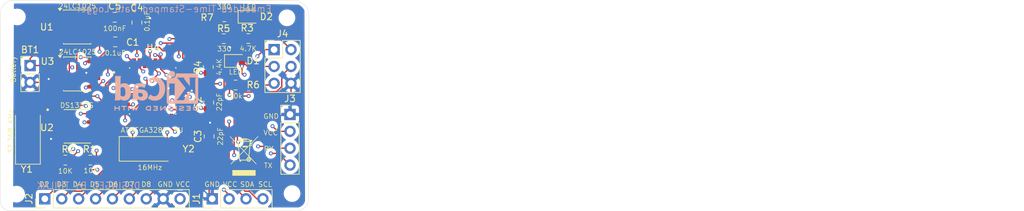
<source format=kicad_pcb>
(kicad_pcb (version 20241229) (generator "pcbnew") (generator_version "9.0")
  (layers (0 "F.Cu" mixed) (4 "In1.Cu" mixed) (6 "In2.Cu" mixed) (2 "B.Cu" mixed) (13 "F.Paste" user) (15 "B.Paste" user) (5 "F.SilkS" user "F.Silkscreen") (7 "B.SilkS" user "B.Silkscreen") (1 "F.Mask" user) (3 "B.Mask" user) (25 "Edge.Cuts" user))
  (property "project " "DATA LOGGER")
  (net 0 "")
  (net 1 "GND")
  (net 2 "/Vcc")
  (net 3 "Net-(U2-VCC)")
  (net 4 "Net-(U4-AREF)")
  (net 5 "Net-(U4-PB6)")
  (net 6 "Net-(U4-PB7)")
  (net 7 "/SCK")
  (net 8 "Net-(D1-K)")
  (net 9 "Net-(D2-K)")
  (net 10 "/SCL")
  (net 11 "/SDA")
  (net 12 "/D6")
  (net 13 "/D4")
  (net 14 "/D7")
  (net 15 "/D2")
  (net 16 "/D5")
  (net 17 "/D8")
  (net 18 "/D3")
  (net 19 "/TX")
  (net 20 "/RX")
  (net 21 "/RESET")
  (net 22 "/MOSI")
  (net 23 "/MISO")
  (net 24 "Net-(U2-~{INTA})")
  (net 25 "Net-(U2-SQW{slash}~INT)")
  (net 26 "Net-(U2-X2)")
  (net 27 "Net-(U2-X1)")
  (footprint "Package_SO:SOIC-8_3.9x4.9mm_P1.27mm" (layer "F.Cu") (at 62.63 63.525)
    (property "Reference" "U1")
    (property "Value" "24LC1025")
  )
  (footprint "Resistor_SMD:R_0805_2012Metric" (layer "F.Cu") (at 84.645 65.285 180)
    (property "Reference" "R5")
    (property "Value" "330")
  )
  (footprint "Resistor_SMD:R_0805_2012Metric" (layer "F.Cu") (at 64.6025 83.57 180)
    (property "Reference" "R1")
    (property "Value" "10K")
  )
  (footprint "Resistor_SMD:R_0805_2012Metric" (layer "F.Cu") (at 82.325 69.55 90)
    (property "Reference" "R4")
    (property "Value" "4.4K")
  )
  (footprint "Resistor_SMD:R_0805_2012Metric" (layer "F.Cu") (at 60.84 83.57)
    (property "Reference" "R2")
    (property "Value" "10K")
  )
  (footprint "Resistor_SMD:R_0805_2012Metric" (layer "F.Cu") (at 88.345 65.26 180)
    (property "Reference" "R3")
    (property "Value" "4.7K")
  )
  (footprint "Capacitor_SMD:C_0805_2012Metric" (layer "F.Cu") (at 71.6 62.85 -90)
    (property "Reference" "C4")
    (property "Value" "0.1uF")
  )
  (footprint "MountingHole:MountingHole_2mm" (layer "F.Cu") (at 94.91 88.61)
    (property "Reference" "H4" (hide yes))
    (property "Value" "MountingHole" (hide yes))
  )
  (footprint "Capacitor_SMD:C_0805_2012Metric" (layer "F.Cu") (at 82.45 80 90)
    (property "Reference" "C3")
    (property "Value" "22pF")
  )
  (footprint "MountingHole:MountingHole_2mm" (layer "F.Cu") (at 53.64 62.01)
    (property "Reference" "H1" (hide yes))
    (property "Value" "MountingHole" (hide yes))
  )
  (footprint "MountingHole:MountingHole_2mm" (layer "F.Cu") (at 94.1435 62.143)
    (property "Reference" "H2" (hide yes))
    (property "Value" "MountingHole" (hide yes))
  )
  (footprint "Diode_SMD:D_0805_2012Metric" (layer "F.Cu") (at 88.495 61.985)
    (property "Reference" "D2")
    (property "Value" "LED")
  )
  (footprint "ATMEGA328P-AU:QFP80P900X900X120-32N" (layer "F.Cu") (at 73.975 73.155)
    (property "Reference" "U4")
    (property "Value" "ATMEGA328P-AU")
  )
  (footprint "Connector_PinHeader_2.54mm:PinHeader_1x04_P2.54mm_Vertical" (layer "F.Cu") (at 94.6 76.695)
    (property "Reference" "J3")
    (property "Value" "Conn_01x04_Pin" (hide yes))
  )
  (footprint "DS1337S_:SOIC127P600X175-8N" (layer "F.Cu") (at 62.635 78.48)
    (property "Reference" "U2")
    (property "Value" "DS1337S")
  )
  (footprint "Connector_PinHeader_2.54mm:PinHeader_2x03_P2.54mm_Vertical" (layer "F.Cu") (at 92.21 66.925)
    (property "Reference" "J4")
    (property "Value" "Conn_02x03_Odd_Even" (hide yes))
  )
  (footprint "Diode_SMD:D_0805_2012Metric" (layer "F.Cu") (at 86.445 68.635)
    (property "Reference" "D1")
    (property "Value" "LED")
  )
  (footprint "Package_SO:SOIC-8_3.9x4.9mm_P1.27mm" (layer "F.Cu") (at 62.645 70.6)
    (property "Reference" "U3")
    (property "Value" "24LC1025")
  )
  (footprint "Capacitor_SMD:C_0805_2012Metric" (layer "F.Cu") (at 82.3875 74.9 -90)
    (property "Reference" "C2")
    (property "Value" "22pF")
  )
  (footprint "Resistor_SMD:R_0805_2012Metric" (layer "F.Cu") (at 86.42 72.26)
    (property "Reference" "R6")
    (property "Value" "10k")
  )
  (footprint "Capacitor_SMD:C_0805_2012Metric" (layer "F.Cu") (at 68.34 65.76)
    (property "Reference" "C1")
    (property "Value" "0.1uF")
  )
  (footprint "Symbol:WEEE-Logo_4.2x6mm_SilkScreen" (layer "F.Cu") (at 87.7 82.93)
    (property "Reference" "REF**" (hide yes))
    (property "Value" "WEEE-Logo_4.2x6mm_SilkScreen" (hide yes))
  )
  (footprint "Connector_PinHeader_2.54mm:PinHeader_1x09_P2.54mm_Vertical" (layer "F.Cu") (at 57.765 89.4 90)
    (property "Reference" "J2")
    (property "Value" "Conn_01x09_Pin" (hide yes))
  )
  (footprint "Crystal:Crystal_SMD_5032-2Pin_5.0x3.2mm_HandSoldering" (layer "F.Cu") (at 73.55 81.875)
    (property "Reference" "Y2")
    (property "Value" "16MHz")
  )
  (footprint "Connector_PinHeader_2.54mm:PinHeader_1x04_P2.54mm_Vertical" (layer "F.Cu") (at 82.911 89.4 90)
    (property "Reference" "J1")
    (property "Value" "Conn_01x04_Pin" (hide yes))
  )
  (footprint "Capacitor_SMD:C_0805_2012Metric" (layer "F.Cu") (at 68.265 62.06)
    (property "Reference" "C5")
    (property "Value" "100nF")
  )
  (footprint "MountingHole:MountingHole_2mm" (layer "F.Cu") (at 53.53 88.7)
    (property "Reference" "H3" (hide yes))
    (property "Value" "MountingHole" (hide yes))
  )
  (footprint "Resistor_SMD:R_0805_2012Metric" (layer "F.Cu") (at 84.7325 61.985)
    (property "Reference" "R7")
    (property "Value" "330")
  )
  (footprint "Connector_PinHeader_2.54mm:PinHeader_1x02_P2.54mm_Vertical" (layer "F.Cu") (at 55.55 69.325)
    (property "Reference" "BT1")
    (property "Value" "Battery")
  )
  (footprint "Crystal:Crystal_SMD_5032-2Pin_5.0x3.2mm_HandSoldering" (layer "F.Cu") (at 55.225 79.575 90)
    (property "Reference" "Y1")
    (property "Value" "32.768 KHz")
  )
  (footprint "Symbol:KiCad-Logo2_5mm_SilkScreen" (layer "B.Cu") (at 74.52 73.13 180)
    (property "Reference" "REF**" (hide yes))
    (property "Value" "KiCad-Logo2_5mm_SilkScreen" (hide yes))
  )
  (gr_arc (start 52.578 91.186) (mid 51.500369 90.739631) (end 51.054 89.662) (stroke (width 0.05)) (layer "Edge.Cuts"))
  (gr_arc (start 97.383 89.442) (mid 96.862236 90.699236) (end 95.605 91.22) (stroke (width 0.05)) (layer "Edge.Cuts"))
  (gr_arc (start 95.1355 59.497) (mid 96.766088 60.172412) (end 97.4415 61.803) (stroke (width 0.05)) (layer "Edge.Cuts"))
  (gr_arc (start 51.0925 61.515) (mid 51.687659 60.078159) (end 53.1245 59.483) (stroke (width 0.05)) (layer "Edge.Cuts"))
  (gr_line (start 52.578 91.186) (end 95.605 91.22) (stroke (width 0.05)) (layer "Edge.Cuts"))
  (gr_line (start 97.4415 61.803) (end 97.383 89.442) (stroke (width 0.05)) (layer "Edge.Cuts"))
  (gr_line (start 53.1245 59.483) (end 95.1355 59.497) (stroke (width 0.05)) (layer "Edge.Cuts"))
  (gr_line (start 51.054 89.662) (end 51.0925 61.515) (stroke (width 0.05)) (layer "Edge.Cuts"))
  (gr_text "SCL" (at 89.77 87.66 0) (layer "F.SilkS") (effects (font (size 0.75 0.75) (thickness 0.09375)) (justify left bottom)))
  (gr_text "GND" (at 90.56 77.41 0) (layer "F.SilkS") (effects (font (size 0.75 0.75) (thickness 0.09375)) (justify left bottom)))
  (gr_text "D8" (at 72.21 87.66 0) (layer "F.SilkS") (effects (font (size 0.75 0.75) (thickness 0.09375)) (justify left bottom)))
  (gr_text "VCC" (at 84.47 87.66 0) (layer "F.SilkS") (effects (font (size 0.75 0.75) (thickness 0.09375)) (justify left bottom)))
  (gr_text "D2" (at 56.88 87.66 0) (layer "F.SilkS") (effects (font (size 0.75 0.75) (thickness 0.09375)) (justify left bottom)))
  (gr_text "SDA" (at 87.05 87.66 0) (layer "F.SilkS") (effects (font (size 0.75 0.75) (thickness 0.09375)) (justify left bottom)))
  (gr_text "D4" (at 61.89 87.66 0) (layer "F.SilkS") (effects (font (size 0.75 0.75) (thickness 0.09375)) (justify left bottom)))
  (gr_text "TX\n" (at 90.62 84.83 0) (layer "F.SilkS") (effects (font (size 0.75 0.75) (thickness 0.09375)) (justify left bottom)))
  (gr_text "GND\n" (at 74.66 87.66 0) (layer "F.SilkS") (effects (font (size 0.75 0.75) (thickness 0.09375)) (justify left bottom)))
  (gr_text "VCC" (at 90.56 79.89 0) (layer "F.SilkS") (effects (font (size 0.75 0.75) (thickness 0.09375)) (justify left bottom)))
  (gr_text "GND" (at 81.7 87.66 0) (layer "F.SilkS") (effects (font (size 0.75 0.75) (thickness 0.09375)) (justify left bottom)))
  (gr_text "D7" (at 69.7 87.66 0) (layer "F.SilkS") (effects (font (size 0.75 0.75) (thickness 0.09375)) (justify left bottom)))
  (gr_text "RX" (at 90.62 82.32 0) (layer "F.SilkS") (effects (font (size 0.75 0.75) (thickness 0.09375)) (justify left bottom)))
  (gr_text "D5" (at 64.48 87.66 0) (layer "F.SilkS") (effects (font (size 0.75 0.75) (thickness 0.09375)) (justify left bottom)))
  (gr_text "D3\n" (at 59.48 87.66 0) (layer "F.SilkS") (effects (font (size 0.75 0.75) (thickness 0.09375)) (justify left bottom)))
  (gr_text "D6" (at 67.24 87.66 0) (layer "F.SilkS") (effects (font (size 0.75 0.75) (thickness 0.09375)) (justify left bottom)))
  (gr_text "VCC" (at 77.38 87.66 0) (layer "F.SilkS") (effects (font (size 0.75 0.75) (thickness 0.09375)) (justify left bottom)))
  (gr_text "DESINGED BY THILAK" (at 72.2 88 0) (layer "B.SilkS") (effects (font (size 1 1) (thickness 0.1)) (justify left bottom mirror)))
  (gr_text "Embedded Time-Stamped Data Logger" (at 91.8935 61.38 0) (layer "B.SilkS") (effects (font (size 1 1) (thickness 0.1)) (justify left bottom mirror)))
  (segment (start 66.51 62.89) (end 67.55 63.93) (width 0.2) (layer "F.Cu") (net 1))
  (segment (start 85.5575 66.5475) (end 85.59 66.58) (width 0.2) (layer "F.Cu") (net 1))
  (segment (start 82.45 80.95) (end 82.45 88.939) (width 0.2) (layer "F.Cu") (net 1))
  (segment (start 63.669999 62.89) (end 65.105 62.89) (width 0.2) (layer "F.Cu") (net 1))
  (segment (start 58.894 71.35) (end 58.35 71.35) (width 0.2) (layer "F.Cu") (net 1))
  (segment (start 71.395 73.555) (end 69.805 73.555) (width 0.2) (layer "F.Cu") (net 1))
  (segment (start 71.6 72.12) (end 71.435 71.955) (width 0.2) (layer "F.Cu") (net 1))
  (segment (start 60.17 69.965) (end 59.823032 69.965) (width 0.2) (layer "F.Cu") (net 1))
  (segment (start 69.215 62.06) (end 69.215 65.685) (width 0.2) (layer "F.Cu") (net 1))
  (segment (start 79.83 73.1) (end 79.485 72.755) (width 0.2) (layer "F.Cu") (net 1))
  (segment (start 61.129999 65.43) (end 63.669999 62.89) (width 0.2) (layer "F.Cu") (net 1))
  (segment (start 69.215 62.06) (end 71.44 62.06) (width 0.2) (layer "F.Cu") (net 1))
  (segment (start 71.6 73.35) (end 71.395 73.555) (width 0.2) (layer "F.Cu") (net 1))
  (segment (start 55.55 71.865) (end 59.53 71.865) (width 0.2) (layer "F.Cu") (net 1))
  (segment (start 94.75 72.005) (end 94.75 76.545) (width 0.2) (layer "F.Cu") (net 1))
  (segment (start 82.45 80.95) (end 83.476 79.924) (width 0.2) (layer "F.Cu") (net 1))
  (segment (start 71.435 71.955) (end 69.805 71.955) (width 0.2) (layer "F.Cu") (net 1))
  (segment (start 81.5775 74.76) (end 81.36 74.76) (width 0.2) (layer "F.Cu") (net 1))
  (segment (start 65.12 69.965) (end 64.665 70.42) (width 0.2) (layer "F.Cu") (net 1))
  (segment (start 67.55 63.93) (end 69.215 63.93) (width 0.2) (layer "F.Cu") (net 1))
  (segment (start 68.795 71.955) (end 68.78 71.97) (width 0.2) (layer "F.Cu") (net 1))
  (segment (start 71.6 72.51) (end 71.6 72.12) (width 0.2) (layer "F.Cu") (net 1))
  (segment (start 69.215 65.685) (end 69.29 65.76) (width 0.2) (layer "F.Cu") (net 1))
  (segment (start 60.155 65.43) (end 61.129999 65.43) (width 0.2) (layer "F.Cu") (net 1))
  (segment (start 71.44 62.06) (end 71.6 61.9) (width 0.2) (layer "F.Cu") (net 1))
  (segment (start 94.75 76.545) (end 94.6 76.695) (width 0.2) (layer "F.Cu") (net 1))
  (segment (start 64.665 70.42) (end 64 70.42) (width 0.2) (layer "F.Cu") (net 1))
  (segment (start 65.105 62.89) (end 66.51 62.89) (width 0.2) (layer "F.Cu") (net 1))
  (segment (start 76.365 72.755) (end 76.36 72.75) (width 0.2) (layer "F.Cu") (net 1))
  (segment (start 58.35 71.35) (end 58.34 71.36) (width 0.2) (layer "F.Cu") (net 1))
  (segment (start 85.5575 65.285) (end 85.5575 66.5475) (width 0.2) (layer "F.Cu") (net 1))
  (segment (start 58.894 71.35) (end 58.894 72.203999) (width 0.2) (layer "F.Cu") (net 1))
  (segment (start 82.45 88.939) (end 82.911 89.4) (width 0.2) (layer "F.Cu") (net 1))
  (segment (start 69.805 71.955) (end 68.795 71.955) (width 0.2) (layer "F.Cu") (net 1))
  (segment (start 59.195001 72.505) (end 60.17 72.505) (width 0.2) (layer "F.Cu") (net 1))
  (segment (start 58.894 72.203999) (end 59.195001 72.505) (width 0.2) (layer "F.Cu") (net 1))
  (segment (start 60.155 65.43) (end 60.155 66.965) (width 0.2) (layer "F.Cu") (net 1))
  (segment (start 82.3875 73.95) (end 81.5775 74.76) (width 0.2) (layer "F.Cu") (net 1))
  (segment (start 83.476 79.924) (end 83.476 78.56484) (width 0.2) (layer "F.Cu") (net 1))
  (segment (start 58.894 70.894032) (end 58.894 71.35) (width 0.2) (layer "F.Cu") (net 1))
  (segment (start 71.6 61.9) (end 73.3 61.9) (width 0.2) (layer "F.Cu") (net 1))
  (segment (start 82.84116 77.93) (end 82.59 77.93) (width 0.2) (layer "F.Cu") (net 1))
  (segment (start 85.645 61.985) (end 85.645 65.1975) (width 0.2) (layer "F.Cu") (net 1))
  (segment (start 59.53 71.865) (end 60.17 72.505) (width 0.2) (layer "F.Cu") (net 1))
  (segment (start 85.645 65.1975) (end 85.5575 65.285) (width 0.2) (layer "F.Cu") (net 1))
  (segment (start 78.145 72.755) (end 76.365 72.755) (width 0.2) (layer "F.Cu") (net 1))
  (segment (start 71.6 72.51) (end 71.6 73.35) (width 0.2) (layer "F.Cu") (net 1))
  (segment (start 60.155 66.965) (end 60.13 66.99) (width 0.2) (layer "F.Cu") (net 1))
  (segment (start 83.476 78.56484) (end 82.84116 77.93) (width 0.2) (layer "F.Cu") (net 1))
  (segment (start 60.16 80.385) (end 58.705 80.385) (width 0.2) (layer "F.Cu") (net 1))
  (segment (start 73.3 61.9) (end 73.6 62.2) (width 0.2) (layer "F.Cu") (net 1))
  (segment (start 79.485 72.755) (end 78.145 72.755) (width 0.2) (layer "F.Cu") (net 1))
  (segment (start 59.823032 69.965) (end 58.894 70.894032) (width 0.2) (layer "F.Cu") (net 1))
  (segment (start 58.705 80.385) (end 58.7 80.38) (width 0.2) (layer "F.Cu") (net 1))
  (via (at 82.59 77.93) (size 0.6) (drill 0.3) (layers "F.Cu" "B.Cu") (net 1))
  (via (at 76.36 72.75) (size 0.6) (drill 0.3) (layers "F.Cu" "B.Cu") (net 1))
  (via (at 60.13 66.99) (size 0.6) (drill 0.3) (layers "F.Cu" "B.Cu") (net 1))
  (via (at 58.34 71.36) (size 0.6) (drill 0.3) (layers "F.Cu" "B.Cu") (net 1))
  (via (at 64 70.42) (size 0.6) (drill 0.3) (layers "F.Cu" "B.Cu") (net 1))
  (via (at 79.83 73.1) (size 0.6) (drill 0.3) (layers "F.Cu" "B.Cu") (net 1))
  (via (at 58.7 80.38) (size 0.6) (drill 0.3) (layers "F.Cu" "B.Cu") (net 1))
  (via (at 85.59 66.58) (size 0.6) (drill 0.3) (layers "F.Cu" "B.Cu") (net 1))
  (via (at 71.6 72.51) (size 0.6) (drill 0.3) (layers "F.Cu" "B.Cu") (net 1))
  (via (at 81.36 74.76) (size 0.6) (drill 0.3) (layers "F.Cu" "B.Cu") (net 1))
  (via (at 73.6 62.2) (size 0.6) (drill 0.3) (layers "F.Cu" "B.Cu") (net 1))
  (segment (start 81.76 88.249) (end 82.911 89.4) (width 0.2) (layer "B.Cu") (net 1))
  (segment (start 76.696 88.249) (end 81.76 88.249) (width 0.2) (layer "B.Cu") (net 1))
  (segment (start 75.545 89.4) (end 76.696 88.249) (width 0.2) (layer "B.Cu") (net 1))
  (segment (start 65.515 82.165) (end 65.54 82.14) (width 0.2) (layer "F.Cu") (net 2))
  (segment (start 81.224265 70.415735) (end 81.27103 70.4625) (width 0.2) (layer "F.Cu") (net 2))
  (segment (start 65.545 62.06) (end 65.105 61.62) (width 0.2) (layer "F.Cu") (net 2))
  (segment (start 61.446 69.61) (end 61.88 69.61) (width 0.2) (layer "F.Cu") (net 2))
  (segment (start 60.155 61.62) (end 65.105 61.62) (width 0.2) (layer "F.Cu") (net 2))
  (segment (start 81.27103 70.4625) (end 82.325 70.4625) (width 0.2) (layer "F.Cu") (net 2))
  (segment (start 63.935 68.695) (end 63.81 68.82) (width 0.2) (layer "F.Cu") (net 2))
  (segment (start 61.446 70.305968) (end 61.446 69.61) (width 0.2) (layer "F.Cu") (net 2))
  (segment (start 85.451 89.4) (end 85.451 88.811) (width 0.2) (layer "F.Cu") (net 2))
  (segment (start 70.755 72.755) (end 70.9 72.9) (width 0.2) (layer "F.Cu") (net 2))
  (segment (start 89.4325 65.085) (end 89.2575 65.26) (width 0.2) (layer "F.Cu") (net 2))
  (segment (start 67.315 62.06) (end 65.545 62.06) (width 0.2) (layer "F.Cu") (net 2))
  (segment (start 60.17 71.235) (end 60.516968 71.235) (width 0.2) (layer "F.Cu") (net 2))
  (segment (start 85.5075 72.26) (end 85.5075 73.7525) (width 0.2) (layer "F.Cu") (net 2))
  (segment (start 61.446 69.61) (end 61.446 68.996001) (width 0.2) (layer "F.Cu") (net 2))
  (segment (start 85.5075 73.7525) (end 85.5 73.76) (width 0.2) (layer "F.Cu") (net 2))
  (segment (start 89.2575 65.26) (end 93.085 65.26) (width 0.2) (layer "F.Cu") (net 2))
  (segment (start 85.451 88.811) (end 84.66 88.02) (width 0.2) (layer "F.Cu") (net 2))
  (segment (start 68.085 72.715) (end 68.2 72.83) (width 0.2) (layer "F.Cu") (net 2))
  (segment (start 93.085 65.26) (end 94.75 66.925) (width 0.2) (layer "F.Cu") (net 2))
  (segment (start 65.12 68.695) (end 66.094999 68.695) (width 0.2) (layer "F.Cu") (net 2))
  (segment (start 55.55 69.325) (end 55.55 68.275) (width 0.2) (layer "F.Cu") (net 2))
  (segment (start 69.805 72.755) (end 70.755 72.755) (width 0.2) (layer "F.Cu") (net 2))
  (segment (start 60.155 61.62) (end 60.155 62.89) (width 0.2) (layer "F.Cu") (net 2))
  (segment (start 60.516968 71.235) (end 61.446 70.305968) (width 0.2) (layer "F.Cu") (net 2))
  (segment (start 61.446 68.996001) (end 61.144999 68.695) (width 0.2) (layer "F.Cu") (net 2))
  (segment (start 61.144999 68.695) (end 60.17 68.695) (width 0.2) (layer "F.Cu") (net 2))
  (segment (start 68.2 72.83) (end 69.73 72.83) (width 0.2) (layer "F.Cu") (net 2))
  (segment (start 65.12 68.695) (end 63.935 68.695) (width 0.2) (layer "F.Cu") (net 2))
  (segment (start 94.6 79.235) (end 92.745 79.235) (width 0.2) (layer "F.Cu") (net 2))
  (segment (start 76.957611 74.577611) (end 76.910091 74.577611) (width 0.2) (layer "F.Cu") (net 2))
  (segment (start 89.4325 61.985) (end 89.4325 65.085) (width 0.2) (layer "F.Cu") (net 2))
  (segment (start 66.094999 68.695) (end 67.24 69.840001) (width 0.2) (layer "F.Cu") (net 2))
  (segment (start 59.54 69.325) (end 60.17 68.695) (width 0.2) (layer "F.Cu") (net 2))
  (segment (start 67.24 69.840001) (end 67.24 70.68) (width 0.2) (layer "F.Cu") (net 2))
  (segment (start 63.81 68.82) (end 63.81 68.99) (width 0.2) (layer "F.Cu") (net 2))
  (segment (start 77.535 75.155) (end 76.957611 74.577611) (width 0.2) (layer "F.Cu") (net 2))
  (segment (start 55.55 69.325) (end 59.54 69.325) (width 0.2) (layer "F.Cu") (net 2))
  (segment (start 78.145 75.155) (end 77.535 75.155) (width 0.2) (layer "F.Cu") (net 2))
  (segment (start 60.155 64.16) (end 60.155 62.89) (width 0.2) (layer "F.Cu") (net 2))
  (segment (start 59.665 64.16) (end 60.155 64.16) (width 0.2) (layer "F.Cu") (net 2))
  (segment (start 65.515 83.57) (end 65.515 82.165) (width 0.2) (layer "F.Cu") (net 2))
  (segment (start 92.745 79.235) (end 91.97 78.46) (width 0.2) (layer "F.Cu") (net 2))
  (segment (start 55.55 68.275) (end 59.665 64.16) (width 0.2) (layer "F.Cu") (net 2))
  (segment (start 69.73 72.83) (end 69.805 72.755) (width 0.2) (layer "F.Cu") (net 2))
  (via (at 81.224265 70.415735) (size 0.6) (drill 0.3) (layers "F.Cu" "B.Cu") (net 2))
  (via (at 63.81 68.99) (size 0.6) (drill 0.3) (layers "F.Cu" "B.Cu") (net 2))
  (via (at 91.97 78.46) (size 0.6) (drill 0.3) (layers "F.Cu" "B.Cu") (net 2))
  (via (at 76.910091 74.577611) (size 0.6) (drill 0.3) (layers "F.Cu" "B.Cu") (net 2))
  (via (at 67.24 70.68) (size 0.6) (drill 0.3) (layers "F.Cu" "B.Cu") (net 2))
  (via (at 65.54 82.14) (size 0.6) (drill 0.3) (layers "F.Cu" "B.Cu") (net 2))
  (via (at 70.9 72.9) (size 0.6) (drill 0.3) (layers "F.Cu" "B.Cu") (net 2))
  (via (at 61.88 69.61) (size 0.6) (drill 0.3) (layers "F.Cu" "B.Cu") (net 2))
  (via (at 84.66 88.02) (size 0.6) (drill 0.3) (layers "F.Cu" "B.Cu") (net 2))
  (via (at 85.5 73.76) (size 0.6) (drill 0.3) (layers "F.Cu" "B.Cu") (net 2))
  (via (at 68.085 72.715) (size 0.6) (drill 0.3) (layers "F.Cu" "B.Cu") (net 2))
  (segment (start 67.39 66.689943) (end 67.39 65.76) (width 0.2) (layer "F.Cu") (net 3))
  (segment (start 60.24 83.57) (end 59.9275 83.57) (width 0.2) (layer "F.Cu") (net 3))
  (segment (start 62.03363 81.894752) (end 61.915248 81.894752) (width 0.2) (layer "F.Cu") (net 3))
  (segment (start 65.999943 68.08) (end 67.39 66.689943) (width 0.2) (layer "F.Cu") (net 3))
  (segment (start 63.16 76.575) (end 65.11 76.575) (width 0.2) (layer "F.Cu") (net 3))
  (segment (start 61.915248 81.894752) (end 60.24 83.57) (width 0.2) (layer "F.Cu") (net 3))
  (segment (start 63.16 68.08) (end 65.999943 68.08) (width 0.2) (layer "F.Cu") (net 3))
  (via (at 63.16 76.575) (size 0.6) (drill 0.3) (layers "F.Cu" "B.Cu") (net 3))
  (via (at 63.16 68.08) (size 0.6) (drill 0.3) (layers "F.Cu" "B.Cu") (net 3))
  (via (at 62.03363 81.894752) (size 0.6) (drill 0.3) (layers "F.Cu" "B.Cu") (net 3))
  (segment (start 81.23 75.71) (end 81.37 75.85) (width 0.2) (layer "F.Cu") (net 4))
  (segment (start 79.045 73.555) (end 78.145 73.555) (width 0.2) (layer "F.Cu") (net 4))
  (segment (start 81.37 75.85) (end 82.3875 75.85) (width 0.2) (layer "F.Cu") (net 4))
  (segment (start 79.555 74.065) (end 79.045 73.555) (width 0.2) (layer "F.Cu") (net 4))
  (via (at 81.23 75.71) (size 0.6) (drill 0.3) (layers "F.Cu" "B.Cu") (net 4))
  (via (at 79.555 74.065) (size 0.6) (drill 0.3) (layers "F.Cu" "B.Cu") (net 4))
  (segment (start 79.625 81.875) (end 82.45 79.05) (width 0.2) (layer "F.Cu") (net 5))
  (segment (start 70.86 75.34) (end 69.99 75.34) (width 0.2) (layer "F.Cu") (net 5))
  (segment (start 71.02 75.18) (end 70.86 75.34) (width 0.2) (layer "F.Cu") (net 5))
  (segment (start 76.15 79.41) (end 76.16 79.4) (width 0.2) (layer "F.Cu") (net 5))
  (segment (start 76.15 81.875) (end 79.625 81.875) (width 0.2) (layer "F.Cu") (net 5))
  (segment (start 69.99 75.34) (end 69.805 75.155) (width 0.2) (layer "F.Cu") (net 5))
  (segment (start 76.15 81.875) (end 76.15 79.41) (width 0.2) (layer "F.Cu") (net 5))
  (via (at 71.02 75.18) (size 0.6) (drill 0.3) (layers "F.Cu" "B.Cu") (net 5))
  (via (at 76.16 79.4) (size 0.6) (drill 0.3) (layers "F.Cu" "B.Cu") (net 5))
  (segment (start 71.6 67.768039) (end 71.590602 67.777437) (width 0.2) (layer "F.Cu") (net 6))
  (segment (start 69.83 77.59) (end 69.83 75.98) (width 0.2) (layer "F.Cu") (net 6))
  (segment (start 72.87 71.31) (end 73.12 71.56) (width 0.2) (layer "F.Cu") (net 6))
  (segment (start 70.95 81.875) (end 70.95 79.4) (width 0.2) (layer "F.Cu") (net 6))
  (segment (start 71.6 63.8) (end 71.6 67.768039) (width 0.2) (layer "F.Cu") (net 6))
  (segment (start 69.83 75.98) (end 69.805 75.955) (width 0.2) (layer "F.Cu") (net 6))
  (segment (start 73.13 73.48) (end 73.13 73.919943) (width 0.2) (layer "F.Cu") (net 6))
  (segment (start 73.12 73.47) (end 73.13 73.48) (width 0.2) (layer "F.Cu") (net 6))
  (segment (start 70.95 79.4) (end 70.96 79.39) (width 0.2) (layer "F.Cu") (net 6))
  (segment (start 71.094943 75.955) (end 69.805 75.955) (width 0.2) (layer "F.Cu") (net 6))
  (segment (start 73.13 73.919943) (end 71.094943 75.955) (width 0.2) (layer "F.Cu") (net 6))
  (segment (start 73.12 71.56) (end 73.12 73.47) (width 0.2) (layer "F.Cu") (net 6))
  (via (at 70.96 79.39) (size 0.6) (drill 0.3) (layers "F.Cu" "B.Cu") (net 6))
  (via (at 69.83 77.59) (size 0.6) (drill 0.3) (layers "F.Cu" "B.Cu") (net 6))
  (via (at 72.87 71.31) (size 0.6) (drill 0.3) (layers "F.Cu" "B.Cu") (net 6))
  (via (at 71.590602 67.777437) (size 0.6) (drill 0.3) (layers "F.Cu" "B.Cu") (net 6))
  (segment (start 87.378235 69.403235) (end 87.3825 69.39897) (width 0.2) (layer "F.Cu") (net 7))
  (segment (start 87.378235 70.548235) (end 87.534265 70.704265) (width 0.2) (layer "F.Cu") (net 7))
  (segment (start 87.3825 65.31) (end 87.4325 65.26) (width 0.2) (layer "F.Cu") (net 7))
  (segment (start 88.2125 69.465) (end 87.3825 68.635) (width 0.2) (layer "F.Cu") (net 7))
  (segment (start 78.145 75.955) (end 76.795 75.955) (width 0.2) (layer "F.Cu") (net 7))
  (segment (start 87.3825 68.635) (end 87.3825 65.31) (width 0.2) (layer "F.Cu") (net 7))
  (segment (start 88.39 73.92) (end 86.88 73.92) (width 0.2) (layer "F.Cu") (net 7))
  (segment (start 86.88 73.92) (end 86.7 74.1) (width 0.2) (layer "F.Cu") (net 7))
  (segment (start 86.7 74.1) (end 86.7 80.735) (width 0.2) (layer "F.Cu") (net 7))
  (segment (start 76.795 75.955) (end 76.78 75.94) (width 0.2) (layer "F.Cu") (net 7))
  (segment (start 92.21 69.465) (end 88.2125 69.465) (width 0.2) (layer "F.Cu") (net 7))
  (segment (start 87.378235 69.403235) (end 87.378235 70.548235) (width 0.2) (layer "F.Cu") (net 7))
  (segment (start 86.7 80.735) (end 86.81 80.845) (width 0.2) (layer "F.Cu") (net 7))
  (segment (start 87.3825 69.39897) (end 87.3825 68.635) (width 0.2) (layer "F.Cu") (net 7))
  (segment (start 87.534265 70.704265) (end 87.774265 70.704265) (width 0.2) (layer "F.Cu") (net 7))
  (via (at 86.81 80.845) (size 0.6) (drill 0.3) (layers "F.Cu" "B.Cu") (net 7))
  (via (at 76.78 75.94) (size 0.6) (drill 0.3) (layers "F.Cu" "B.Cu") (net 7))
  (via (at 88.39 73.92) (size 0.6) (drill 0.3) (layers "F.Cu" "B.Cu") (net 7))
  (via (at 87.378235 69.403235) (size 0.6) (drill 0.3) (layers "F.Cu" "B.Cu") (net 7))
  (via (at 87.774265 70.704265) (size 0.6) (drill 0.3) (layers "F.Cu" "B.Cu") (net 7))
  (segment (start 83.7325 66.86) (end 85.5075 68.635) (width 0.2) (layer "F.Cu") (net 8))
  (segment (start 83.7325 65.285) (end 83.7325 66.86) (width 0.2) (layer "F.Cu") (net 8))
  (segment (start 84.821 60.984) (end 86.5565 60.984) (width 0.2) (layer "F.Cu") (net 9))
  (segment (start 83.82 61.985) (end 84.821 60.984) (width 0.2) (layer "F.Cu") (net 9))
  (segment (start 86.5565 60.984) (end 87.5575 61.985) (width 0.2) (layer "F.Cu") (net 9))
  (segment (start 62.61 71.235) (end 62.53 71.235) (width 0.2) (layer "F.Cu") (net 10))
  (segment (start 62.53 73.85) (end 62.64 73.96) (width 0.2) (layer "F.Cu") (net 10))
  (segment (start 66.396 74.686) (end 65.65 73.94) (width 0.2) (layer "F.Cu") (net 10))
  (segment (start 62.66 73.94) (end 65.65 73.94) (width 0.2) (layer "F.Cu") (net 10))
  (segment (start 62.64 73.96) (end 62.66 73.94) (width 0.2) (layer "F.Cu") (net 10))
  (segment (start 66.396 78.814) (end 66.396 74.686) (width 0.2) (layer "F.Cu") (net 10))
  (segment (start 87.839 88.249) (end 85.46 85.87) (width 0.2) (layer "F.Cu") (net 10))
  (segment (start 73.87 71.64) (end 73.87 71.55) (width 0.2) (layer "F.Cu") (net 10))
  (segment (start 62.53 71.235) (end 62.53 73.85) (width 0.2) (layer "F.Cu") (net 10))
  (segment (start 62.56 65.730001) (end 62.56 71.185) (width 0.2) (layer "F.Cu") (net 10))
  (segment (start 74.9 70.52) (end 74.375 69.995) (width 0.2) (layer "F.Cu") (net 10))
  (segment (start 65.11 79.115) (end 66.095 79.115) (width 0.2) (layer "F.Cu") (net 10))
  (segment (start 85.46 85.87) (end 85.46 77.76) (width 0.2) (layer "F.Cu") (net 10))
  (segment (start 64.130001 64.16) (end 62.56 65.730001) (width 0.2) (layer "F.Cu") (net 10))
  (segment (start 89.61876 89.4) (end 88.46776 88.249) (width 0.2) (layer "F.Cu") (net 10))
  (segment (start 88.46776 88.249) (end 87.839 88.249) (width 0.2) (layer "F.Cu") (net 10))
  (segment (start 66.095 79.115) (end 66.396 78.814) (width 0.2) (layer "F.Cu") (net 10))
  (segment (start 65.12 71.235) (end 62.61 71.235) (width 0.2) (layer "F.Cu") (net 10))
  (segment (start 73.87 71.55) (end 74.9 70.52) (width 0.2) (layer "F.Cu") (net 10))
  (segment (start 74.375 69.995) (end 74.375 68.985) (width 0.2) (layer "F.Cu") (net 10))
  (segment (start 65.105 64.16) (end 64.130001 64.16) (width 0.2) (layer "F.Cu") (net 10))
  (segment (start 90.531 89.4) (end 89.61876 89.4) (width 0.2) (layer "F.Cu") (net 10))
  (segment (start 62.56 71.185) (end 62.61 71.235) (width 0.2) (layer "F.Cu") (net 10))
  (via (at 74.9 70.52) (size 0.6) (drill 0.3) (layers "F.Cu" "B.Cu") (net 10))
  (via (at 73.87 71.64) (size 0.6) (drill 0.3) (layers "F.Cu" "B.Cu") (net 10))
  (via (at 65.65 73.94) (size 0.6) (drill 0.3) (layers "F.Cu" "B.Cu") (net 10))
  (via (at 85.46 77.76) (size 0.6) (drill 0.3) (layers "F.Cu" "B.Cu") (net 10))
  (segment (start 78.49866 67.18624) (end 78.49866 68.21866) (width 0.2) (layer "F.Cu") (net 11))
  (segment (start 63.92 75.42) (end 63.82 75.32) (width 0.2) (layer "F.Cu") (net 11))
  (segment (start 84.694 86.103) (end 84.694 71.0065) (width 0.2) (layer "F.Cu") (net 11))
  (segment (start 63.82 75.32) (end 62.58 75.32) (width 0.2) (layer "F.Cu") (net 11))
  (segment (start 87.991 89.4) (end 84.694 86.103) (width 0.2) (layer "F.Cu") (net 11))
  (segment (start 62.58 75.32) (end 62.249 75.651) (width 0.2) (layer "F.Cu") (net 11))
  (segment (start 63.82 75.32) (end 63.54 75.32) (width 0.2) (layer "F.Cu") (net 11))
  (segment (start 65.99 67.24) (end 65.99 66.315) (width 0.2) (layer "F.Cu") (net 11))
  (segment (start 84.694 71.0065) (end 82.325 68.6375) (width 0.2) (layer "F.Cu") (net 11))
  (segment (start 75.175 68.985) (end 75.175 69.875) (width 0.2) (layer "F.Cu") (net 11))
  (segment (start 75.175 68.25) (end 75.175 68.985) (width 0.2) (layer "F.Cu") (net 11))
  (segment (start 66.5 71.65) (end 66.518795 71.668795) (width 0.2) (layer "F.Cu") (net 11))
  (segment (start 75.18 65.95) (end 77.26242 65.95) (width 0.2) (layer "F.Cu") (net 11))
  (segment (start 65.645 72.505) (end 66.5 71.65) (width 0.2) (layer "F.Cu") (net 11))
  (segment (start 74.675 67.75) (end 75.175 68.25) (width 0.2) (layer "F.Cu") (net 11))
  (segment (start 62.249 77.978943) (end 64.655057 80.385) (width 0.2) (layer "F.Cu") (net 11))
  (segment (start 65.99 66.315) (end 65.105 65.43) (width 0.2) (layer "F.Cu") (net 11))
  (segment (start 78.9175 68.6375) (end 82.325 68.6375) (width 0.2) (layer "F.Cu") (net 11))
  (segment (start 62.249 75.651) (end 62.249 77.978943) (width 0.2) (layer "F.Cu") (net 11))
  (segment (start 63.93 72.64) (end 64.985 72.64) (width 0.2) (layer "F.Cu") (net 11))
  (segment (start 64.985 72.64) (end 65.12 72.505) (width 0.2) (layer "F.Cu") (net 11))
  (segment (start 64.655057 80.385) (end 65.11 80.385) (width 0.2) (layer "F.Cu") (net 11))
  (segment (start 75.175 69.875) (end 76.04 70.74) (width 0.2) (layer "F.Cu") (net 11))
  (segment (start 65.12 72.505) (end 65.645 72.505) (width 0.2) (layer "F.Cu") (net 11))
  (segment (start 66.518795 71.668795) (end 66.532677 71.668795) (width 0.2) (layer "F.Cu") (net 11))
  (segment (start 75.175 67.63) (end 75.175 68.985) (width 0.2) (layer "F.Cu") (net 11))
  (segment (start 74.34 67.75) (end 74.675 67.75) (width 0.2) (layer "F.Cu") (net 11))
  (segment (start 78.49866 68.21866) (end 78.9175 68.6375) (width 0.2) (layer "F.Cu") (net 11))
  (segment (start 77.26242 65.95) (end 78.49866 67.18624) (width 0.2) (layer "F.Cu") (net 11))
  (via (at 63.93 72.64) (size 0.6) (drill 0.3) (layers "F.Cu" "B.Cu") (net 11))
  (via (at 75.18 65.95) (size 0.6) (drill 0.3) (layers "F.Cu" "B.Cu") (net 11))
  (via (at 74.34 67.75) (size 0.6) (drill 0.3) (layers "F.Cu" "B.Cu") (net 11))
  (via (at 75.175 67.63) (size 0.6) (drill 0.3) (layers "F.Cu" "B.Cu") (net 11))
  (via (at 63.92 75.42) (size 0.6) (drill 0.3) (layers "F.Cu" "B.Cu") (net 11))
  (via (at 76.04 70.74) (size 0.6) (drill 0.3) (layers "F.Cu" "B.Cu") (net 11))
  (via (at 65.99 67.24) (size 0.6) (drill 0.3) (layers "F.Cu" "B.Cu") (net 11))
  (via (at 66.532677 71.668795) (size 0.6) (drill 0.3) (layers "F.Cu" "B.Cu") (net 11))
  (segment (start 67.925 89.4) (end 73.001 84.324) (width 0.2) (layer "F.Cu") (net 12))
  (segment (start 73.001 84.324) (end 73.001 78.948312) (width 0.2) (layer "F.Cu") (net 12))
  (segment (start 73.001 78.948312) (end 71.975 77.922312) (width 0.2) (layer "F.Cu") (net 12))
  (segment (start 71.975 77.922312) (end 71.975 77.325) (width 0.2) (layer "F.Cu") (net 12))
  (segment (start 67.281 84.964) (end 62.845 89.4) (width 0.2) (layer "F.Cu") (net 13))
  (segment (start 69.805 71.155) (end 68.525 71.155) (width 0.2) (layer "F.Cu") (net 13))
  (segment (start 68.525 71.155) (end 67.281 72.399) (width 0.2) (layer "F.Cu") (net 13))
  (segment (start 67.281 72.399) (end 67.281 84.964) (width 0.2) (layer "F.Cu") (net 13))
  (segment (start 72.775 77.922312) (end 72.775 77.325) (width 0.2) (layer "F.Cu") (net 14))
  (segment (start 73.402 86.463) (end 73.402 78.549312) (width 0.2) (layer "F.Cu") (net 14))
  (segment (start 70.465 89.4) (end 73.402 86.463) (width 0.2) (layer "F.Cu") (net 14))
  (segment (start 73.402 78.549312) (end 72.775 77.922312) (width 0.2) (layer "F.Cu") (net 14))
  (segment (start 57.765 89.4) (end 62.145 85.02) (width 0.2) (layer "F.Cu") (net 15))
  (segment (start 70.09 67.91) (end 70.63 68.45) (width 0.2) (layer "F.Cu") (net 15))
  (segment (start 70.64 68.45) (end 71.175 68.985) (width 0.2) (layer "F.Cu") (net 15))
  (segment (start 70.63 68.45) (end 70.64 68.45) (width 0.2) (layer "F.Cu") (net 15))
  (segment (start 62.145 85.02) (end 65.64 85.02) (width 0.2) (layer "F.Cu") (net 15))
  (via (at 70.09 67.91) (size 0.6) (drill 0.3) (layers "F.Cu" "B.Cu") (net 15))
  (via (at 65.64 85.02) (size 0.6) (drill 0.3) (layers "F.Cu" "B.Cu") (net 15))
  (segment (start 65.385 89.4) (end 67.682 87.103) (width 0.2) (layer "F.Cu") (net 16))
  (segment (start 67.682 87.103) (end 67.682 80.818) (width 0.2) (layer "F.Cu") (net 16))
  (segment (start 67.682 80.818) (end 71.175 77.325) (width 0.2) (layer "F.Cu") (net 16))
  (segment (start 73.575 78.06) (end 73.575 77.325) (width 0.2) (layer "F.Cu") (net 17))
  (segment (start 73.005 89.4) (end 74.013688 88.391312) (width 0.2) (layer "F.Cu") (net 17))
  (segment (start 74.013688 88.391312) (end 74.013688 78.498688) (width 0.2) (layer "F.Cu") (net 17))
  (segment (start 74.013688 78.498688) (end 73.575 78.06) (width 0.2) (layer "F.Cu") (net 17))
  (segment (start 69.805 70.355) (end 68.695 70.355) (width 0.2) (layer "F.Cu") (net 18))
  (segment (start 66.88 72.17) (end 66.88 84.73) (width 0.2) (layer "F.Cu") (net 18))
  (segment (start 68.695 70.355) (end 66.88 72.17) (width 0.2) (layer "F.Cu") (net 18))
  (segment (start 63.361 88.249) (end 61.456 88.249) (width 0.2) (layer "F.Cu") (net 18))
  (segment (start 66.88 84.73) (end 63.361 88.249) (width 0.2) (layer "F.Cu") (net 18))
  (segment (start 61.456 88.249) (end 60.305 89.4) (width 0.2) (layer "F.Cu") (net 18))
  (segment (start 94.6 84.315) (end 92.845 82.56) (width 0.2) (layer "F.Cu") (net 19))
  (segment (start 72.558315 70.219987) (end 72.05 69.711672) (width 0.2) (layer "F.Cu") (net 19))
  (segment (start 72.05 69.711672) (end 72.05 69.06) (width 0.2) (layer "F.Cu") (net 19))
  (segment (start 72.05 69.06) (end 71.975 68.985) (width 0.2) (layer "F.Cu") (net 19))
  (segment (start 92.845 82.56) (end 91.72 82.56) (width 0.2) (layer "F.Cu") (net 19))
  (via (at 72.558315 70.219987) (size 0.6) (drill 0.3) (layers "F.Cu" "B.Cu") (net 19))
  (via (at 91.72 82.56) (size 0.6) (drill 0.3) (layers "F.Cu" "B.Cu") (net 19))
  (segment (start 73 66.57) (end 72.775 66.795) (width 0.2) (layer "F.Cu") (net 20))
  (segment (start 77.89766 67.949) (end 77.89766 67.15234) (width 0.2) (layer "F.Cu") (net 20))
  (segment (start 91.975735 81.505735) (end 92.245 81.775) (width 0.2) (layer "F.Cu") (net 20))
  (segment (start 92.245 81.775) (end 94.6 81.775) (width 0.2) (layer "F.Cu") (net 20))
  (segment (start 89.804265 81.505735) (end 91.975735 81.505735) (width 0.2) (layer "F.Cu") (net 20))
  (segment (start 72.775 66.795) (end 72.775 68.985) (width 0.2) (layer "F.Cu") (net 20))
  (segment (start 75.504943 67.11) (end 74.964943 66.57) (width 0.2) (layer "F.Cu") (net 20))
  (segment (start 74.964943 66.57) (end 73 66.57) (width 0.2) (layer "F.Cu") (net 20))
  (segment (start 77.85532 67.11) (end 75.504943 67.11) (width 0.2) (layer "F.Cu") (net 20))
  (segment (start 77.89766 67.15234) (end 77.85532 67.11) (width 0.2) (layer "F.Cu") (net 20))
  (via (at 89.804265 81.505735) (size 0.6) (drill 0.3) (layers "F.Cu" "B.Cu") (net 20))
  (via (at 77.89766 67.949) (size 0.6) (drill 0.3) (layers "F.Cu" "B.Cu") (net 20))
  (segment (start 91.955 72.26) (end 92.21 72.005) (width 0.2) (layer "F.Cu") (net 21))
  (segment (start 76.49 65.35) (end 76.56 65.28) (width 0.2) (layer "F.Cu") (net 21))
  (segment (start 76.56 65.28) (end 77.25 65.28) (width 0.2) (layer "F.Cu") (net 21))
  (segment (start 87.3325 72.26) (end 91.955 72.26) (width 0.2) (layer "F.Cu") (net 21))
  (segment (start 79.794 67.824) (end 83.01016 67.824) (width 0.2) (layer "F.Cu") (net 21))
  (segment (start 87.3325 72.14634) (end 87.3325 72.26) (width 0.2) (layer "F.Cu") (net 21))
  (segment (start 73.575 67.185) (end 73.57 67.18) (width 0.2) (layer "F.Cu") (net 21))
  (segment (start 73.575 68.985) (end 73.575 67.185) (width 0.2) (layer "F.Cu") (net 21))
  (segment (start 83.01016 67.824) (end 87.3325 72.14634) (width 0.2) (layer "F.Cu") (net 21))
  (segment (start 77.25 65.28) (end 79.794 67.824) (width 0.2) (layer "F.Cu") (net 21))
  (via (at 76.49 65.35) (size 0.6) (drill 0.3) (layers "F.Cu" "B.Cu") (net 21))
  (via (at 73.57 67.18) (size 0.6) (drill 0.3) (layers "F.Cu" "B.Cu") (net 21))
  (segment (start 93.361 72.48176) (end 92.58176 73.261) (width 0.2) (layer "F.Cu") (net 22))
  (segment (start 93.361 70.854) (end 93.361 72.48176) (width 0.2) (layer "F.Cu") (net 22))
  (segment (start 77.32 79.31) (end 75.975 77.965) (width 0.2) (layer "F.Cu") (net 22))
  (segment (start 86.21 82.83) (end 86.21 83.02) (width 0.2) (layer "F.Cu") (net 22))
  (segment (start 92.58176 73.261) (end 86.21 73.35) (width 0.2) (layer "F.Cu") (net 22))
  (segment (start 86.21 73.35) (end 86.21 82.83) (width 0.2) (layer "F.Cu") (net 22))
  (segment (start 94.75 69.465) (end 93.361 70.854) (width 0.2) (layer "F.Cu") (net 22))
  (segment (start 75.975 77.965) (end 75.975 77.325) (width 0.2) (layer "F.Cu") (net 22))
  (via (at 86.21 82.83) (size 0.6) (drill 0.3) (layers "F.Cu" "B.Cu") (net 22))
  (via (at 77.32 79.31) (size 0.6) (drill 0.3) (layers "F.Cu" "B.Cu") (net 22))
  (segment (start 92.21 66.925) (end 90.705 66.925) (width 0.2) (layer "F.Cu") (net 23))
  (segment (start 79.181 75.64534) (end 79.181 76.316312) (width 0.2) (layer "F.Cu") (net 23))
  (segment (start 78.172312 77.325) (end 76.775 77.325) (width 0.2) (layer "F.Cu") (net 23))
  (segment (start 90.705 66.925) (end 89.7 67.93) (width 0.2) (layer "F.Cu") (net 23))
  (segment (start 84.094 72.07) (end 82.75634 72.07) (width 0.2) (layer "F.Cu") (net 23))
  (segment (start 82.75634 72.07) (end 79.181 75.64534) (width 0.2) (layer "F.Cu") (net 23))
  (segment (start 79.181 76.316312) (end 78.172312 77.325) (width 0.2) (layer "F.Cu") (net 23))
  (via (at 84.094 72.07) (size 0.6) (drill 0.3) (layers "F.Cu" "B.Cu") (net 23))
  (via (at 89.7 67.93) (size 0.6) (drill 0.3) (layers "F.Cu" "B.Cu") (net 23))
  (segment (start 61.145 79.115) (end 63.69 81.66) (width 0.2) (layer "F.Cu") (net 24))
  (segment (start 60.16 79.115) (end 61.145 79.115) (width 0.2) (layer "F.Cu") (net 24))
  (segment (start 63.69 81.66) (end 63.69 83.57) (width 0.2) (layer "F.Cu") (net 24))
  (segment (start 61.7525 83.2375) (end 62.76 82.23) (width 0.2) (layer "F.Cu") (net 25))
  (segment (start 63.755 77.845) (end 65.11 77.845) (width 0.2) (layer "F.Cu") (net 25))
  (segment (start 61.7525 83.57) (end 61.7525 83.2375) (width 0.2) (layer "F.Cu") (net 25))
  (segment (start 63.72 77.88) (end 63.755 77.845) (width 0.2) (layer "F.Cu") (net 25))
  (via (at 62.76 82.23) (size 0.6) (drill 0.3) (layers "F.Cu" "B.Cu") (net 25))
  (via (at 63.72 77.88) (size 0.6) (drill 0.3) (layers "F.Cu" "B.Cu") (net 25))
  (segment (start 55.225 82.175) (end 59.555 77.845) (width 0.2) (layer "F.Cu") (net 26))
  (segment (start 59.555 77.845) (end 60.16 77.845) (width 0.2) (layer "F.Cu") (net 26))
  (segment (start 55.225 76.975) (end 59.76 76.975) (width 0.2) (layer "F.Cu") (net 27))
  (segment (start 59.76 76.975) (end 60.16 76.575) (width 0.2) (layer "F.Cu") (net 27))
  (zone (net 1) (net_name "GND") (layer "B.Cu") (connect_pads (clearance 0.5)) (min_thickness 0.25) (fill yes (thermal_gap 0.5) (thermal_bridge_width 0.5))
    (polygon (pts (xy 53.1245 59.483) (xy 96.766088 60.172412) (xy 96.862236 90.699236) (xy 52.99 90.7)))
  )
)
</source>
